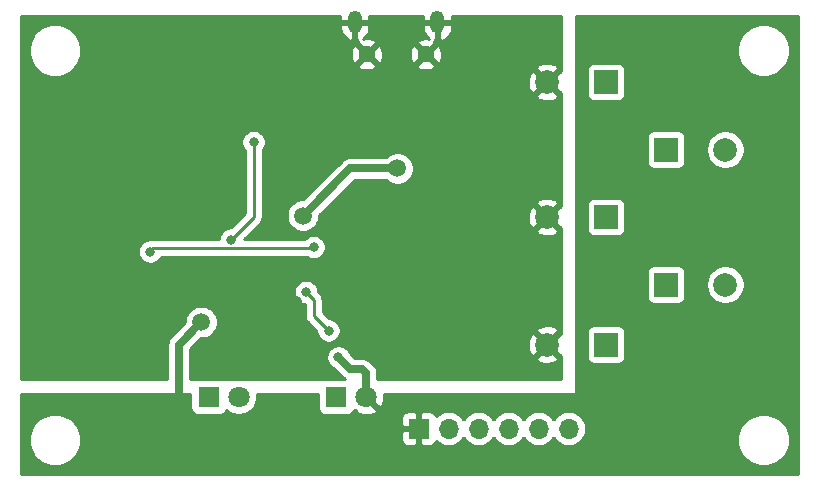
<source format=gbr>
G04 #@! TF.GenerationSoftware,KiCad,Pcbnew,(5.1.4)-1*
G04 #@! TF.CreationDate,2019-09-08T20:10:46+01:00*
G04 #@! TF.ProjectId,autoscreen,6175746f-7363-4726-9565-6e2e6b696361,rev?*
G04 #@! TF.SameCoordinates,Original*
G04 #@! TF.FileFunction,Copper,L2,Bot*
G04 #@! TF.FilePolarity,Positive*
%FSLAX46Y46*%
G04 Gerber Fmt 4.6, Leading zero omitted, Abs format (unit mm)*
G04 Created by KiCad (PCBNEW (5.1.4)-1) date 2019-09-08 20:10:46*
%MOMM*%
%LPD*%
G04 APERTURE LIST*
%ADD10O,1.700000X1.700000*%
%ADD11R,1.700000X1.700000*%
%ADD12C,1.800000*%
%ADD13R,1.800000X1.800000*%
%ADD14O,1.200000X1.900000*%
%ADD15C,1.450000*%
%ADD16C,2.000000*%
%ADD17R,2.000000X2.000000*%
%ADD18C,1.500000*%
%ADD19C,0.800000*%
%ADD20C,0.250000*%
%ADD21C,0.635000*%
%ADD22C,0.254000*%
G04 APERTURE END LIST*
D10*
X150495000Y-129032000D03*
X147955000Y-129032000D03*
X145415000Y-129032000D03*
X142875000Y-129032000D03*
X140335000Y-129032000D03*
D11*
X137795000Y-129032000D03*
D12*
X122555000Y-126365000D03*
D13*
X120015000Y-126365000D03*
D14*
X132390000Y-94647500D03*
X139390000Y-94647500D03*
D15*
X133390000Y-97347500D03*
X138390000Y-97347500D03*
D12*
X133350000Y-126365000D03*
D13*
X130810000Y-126365000D03*
D16*
X148670000Y-121920000D03*
D17*
X153670000Y-121920000D03*
D16*
X148670000Y-111125000D03*
D17*
X153670000Y-111125000D03*
D16*
X148670000Y-99695000D03*
D17*
X153670000Y-99695000D03*
D16*
X163750000Y-105410000D03*
D17*
X158750000Y-105410000D03*
D16*
X163750000Y-116840000D03*
D17*
X158750000Y-116840000D03*
D18*
X145000000Y-114000000D03*
X139702500Y-106000000D03*
X132000000Y-104000000D03*
D19*
X130175000Y-94615000D03*
X128905000Y-104775000D03*
X120650000Y-107315000D03*
X130810000Y-119380000D03*
X127515547Y-118256995D03*
X121285000Y-115570000D03*
D18*
X132842000Y-99568000D03*
X106680000Y-112776000D03*
X115062000Y-123190000D03*
D19*
X119126000Y-124206000D03*
X131000000Y-123000000D03*
D18*
X152000000Y-115000000D03*
X136000000Y-107000000D03*
X128000000Y-111000000D03*
D19*
X130167998Y-120737700D03*
X128270000Y-117475000D03*
D18*
X126365000Y-130175000D03*
X119380000Y-120015000D03*
D19*
X121920000Y-113030000D03*
X123825000Y-104775000D03*
X128905000Y-113665000D03*
X115062000Y-114046000D03*
D20*
X127635000Y-118376448D02*
X127515547Y-118256995D01*
D21*
X131000000Y-123000000D02*
X132000000Y-124000000D01*
X132000000Y-124000000D02*
X133000000Y-124000000D01*
X133350000Y-124350000D02*
X133350000Y-126365000D01*
X133000000Y-124000000D02*
X133350000Y-124350000D01*
X136000000Y-107000000D02*
X132000000Y-107000000D01*
X132000000Y-107000000D02*
X128000000Y-111000000D01*
D20*
X130167998Y-120737700D02*
X128905000Y-119474702D01*
X128905000Y-119474702D02*
X128905000Y-118110000D01*
X128905000Y-118110000D02*
X128270000Y-117475000D01*
D21*
X119380000Y-120015000D02*
X117475000Y-121920000D01*
X117475000Y-121920000D02*
X117475000Y-126365000D01*
D20*
X121920000Y-113030000D02*
X123825000Y-111125000D01*
X123825000Y-111125000D02*
X123825000Y-104775000D01*
X117475000Y-113775000D02*
X128795000Y-113775000D01*
X128795000Y-113775000D02*
X128905000Y-113665000D01*
X117475000Y-113775000D02*
X115333000Y-113775000D01*
X115333000Y-113775000D02*
X115062000Y-114046000D01*
D22*
G36*
X169873000Y-132873000D02*
G01*
X104127000Y-132873000D01*
X104127000Y-129779872D01*
X104765000Y-129779872D01*
X104765000Y-130220128D01*
X104850890Y-130651925D01*
X105019369Y-131058669D01*
X105263962Y-131424729D01*
X105575271Y-131736038D01*
X105941331Y-131980631D01*
X106348075Y-132149110D01*
X106779872Y-132235000D01*
X107220128Y-132235000D01*
X107651925Y-132149110D01*
X108058669Y-131980631D01*
X108424729Y-131736038D01*
X108736038Y-131424729D01*
X108980631Y-131058669D01*
X109149110Y-130651925D01*
X109235000Y-130220128D01*
X109235000Y-129882000D01*
X136306928Y-129882000D01*
X136319188Y-130006482D01*
X136355498Y-130126180D01*
X136414463Y-130236494D01*
X136493815Y-130333185D01*
X136590506Y-130412537D01*
X136700820Y-130471502D01*
X136820518Y-130507812D01*
X136945000Y-130520072D01*
X137509250Y-130517000D01*
X137668000Y-130358250D01*
X137668000Y-129159000D01*
X136468750Y-129159000D01*
X136310000Y-129317750D01*
X136306928Y-129882000D01*
X109235000Y-129882000D01*
X109235000Y-129779872D01*
X109149110Y-129348075D01*
X108980631Y-128941331D01*
X108736038Y-128575271D01*
X108424729Y-128263962D01*
X108302064Y-128182000D01*
X136306928Y-128182000D01*
X136310000Y-128746250D01*
X136468750Y-128905000D01*
X137668000Y-128905000D01*
X137668000Y-127705750D01*
X137922000Y-127705750D01*
X137922000Y-128905000D01*
X137942000Y-128905000D01*
X137942000Y-129159000D01*
X137922000Y-129159000D01*
X137922000Y-130358250D01*
X138080750Y-130517000D01*
X138645000Y-130520072D01*
X138769482Y-130507812D01*
X138889180Y-130471502D01*
X138999494Y-130412537D01*
X139096185Y-130333185D01*
X139175537Y-130236494D01*
X139234502Y-130126180D01*
X139255393Y-130057313D01*
X139279866Y-130087134D01*
X139505986Y-130272706D01*
X139763966Y-130410599D01*
X140043889Y-130495513D01*
X140262050Y-130517000D01*
X140407950Y-130517000D01*
X140626111Y-130495513D01*
X140906034Y-130410599D01*
X141164014Y-130272706D01*
X141390134Y-130087134D01*
X141575706Y-129861014D01*
X141605000Y-129806209D01*
X141634294Y-129861014D01*
X141819866Y-130087134D01*
X142045986Y-130272706D01*
X142303966Y-130410599D01*
X142583889Y-130495513D01*
X142802050Y-130517000D01*
X142947950Y-130517000D01*
X143166111Y-130495513D01*
X143446034Y-130410599D01*
X143704014Y-130272706D01*
X143930134Y-130087134D01*
X144115706Y-129861014D01*
X144145000Y-129806209D01*
X144174294Y-129861014D01*
X144359866Y-130087134D01*
X144585986Y-130272706D01*
X144843966Y-130410599D01*
X145123889Y-130495513D01*
X145342050Y-130517000D01*
X145487950Y-130517000D01*
X145706111Y-130495513D01*
X145986034Y-130410599D01*
X146244014Y-130272706D01*
X146470134Y-130087134D01*
X146655706Y-129861014D01*
X146685000Y-129806209D01*
X146714294Y-129861014D01*
X146899866Y-130087134D01*
X147125986Y-130272706D01*
X147383966Y-130410599D01*
X147663889Y-130495513D01*
X147882050Y-130517000D01*
X148027950Y-130517000D01*
X148246111Y-130495513D01*
X148526034Y-130410599D01*
X148784014Y-130272706D01*
X149010134Y-130087134D01*
X149195706Y-129861014D01*
X149225000Y-129806209D01*
X149254294Y-129861014D01*
X149439866Y-130087134D01*
X149665986Y-130272706D01*
X149923966Y-130410599D01*
X150203889Y-130495513D01*
X150422050Y-130517000D01*
X150567950Y-130517000D01*
X150786111Y-130495513D01*
X151066034Y-130410599D01*
X151324014Y-130272706D01*
X151550134Y-130087134D01*
X151735706Y-129861014D01*
X151779077Y-129779872D01*
X164765000Y-129779872D01*
X164765000Y-130220128D01*
X164850890Y-130651925D01*
X165019369Y-131058669D01*
X165263962Y-131424729D01*
X165575271Y-131736038D01*
X165941331Y-131980631D01*
X166348075Y-132149110D01*
X166779872Y-132235000D01*
X167220128Y-132235000D01*
X167651925Y-132149110D01*
X168058669Y-131980631D01*
X168424729Y-131736038D01*
X168736038Y-131424729D01*
X168980631Y-131058669D01*
X169149110Y-130651925D01*
X169235000Y-130220128D01*
X169235000Y-129779872D01*
X169149110Y-129348075D01*
X168980631Y-128941331D01*
X168736038Y-128575271D01*
X168424729Y-128263962D01*
X168058669Y-128019369D01*
X167651925Y-127850890D01*
X167220128Y-127765000D01*
X166779872Y-127765000D01*
X166348075Y-127850890D01*
X165941331Y-128019369D01*
X165575271Y-128263962D01*
X165263962Y-128575271D01*
X165019369Y-128941331D01*
X164850890Y-129348075D01*
X164765000Y-129779872D01*
X151779077Y-129779872D01*
X151873599Y-129603034D01*
X151958513Y-129323111D01*
X151987185Y-129032000D01*
X151958513Y-128740889D01*
X151873599Y-128460966D01*
X151735706Y-128202986D01*
X151550134Y-127976866D01*
X151324014Y-127791294D01*
X151066034Y-127653401D01*
X150786111Y-127568487D01*
X150567950Y-127547000D01*
X150422050Y-127547000D01*
X150203889Y-127568487D01*
X149923966Y-127653401D01*
X149665986Y-127791294D01*
X149439866Y-127976866D01*
X149254294Y-128202986D01*
X149225000Y-128257791D01*
X149195706Y-128202986D01*
X149010134Y-127976866D01*
X148784014Y-127791294D01*
X148526034Y-127653401D01*
X148246111Y-127568487D01*
X148027950Y-127547000D01*
X147882050Y-127547000D01*
X147663889Y-127568487D01*
X147383966Y-127653401D01*
X147125986Y-127791294D01*
X146899866Y-127976866D01*
X146714294Y-128202986D01*
X146685000Y-128257791D01*
X146655706Y-128202986D01*
X146470134Y-127976866D01*
X146244014Y-127791294D01*
X145986034Y-127653401D01*
X145706111Y-127568487D01*
X145487950Y-127547000D01*
X145342050Y-127547000D01*
X145123889Y-127568487D01*
X144843966Y-127653401D01*
X144585986Y-127791294D01*
X144359866Y-127976866D01*
X144174294Y-128202986D01*
X144145000Y-128257791D01*
X144115706Y-128202986D01*
X143930134Y-127976866D01*
X143704014Y-127791294D01*
X143446034Y-127653401D01*
X143166111Y-127568487D01*
X142947950Y-127547000D01*
X142802050Y-127547000D01*
X142583889Y-127568487D01*
X142303966Y-127653401D01*
X142045986Y-127791294D01*
X141819866Y-127976866D01*
X141634294Y-128202986D01*
X141605000Y-128257791D01*
X141575706Y-128202986D01*
X141390134Y-127976866D01*
X141164014Y-127791294D01*
X140906034Y-127653401D01*
X140626111Y-127568487D01*
X140407950Y-127547000D01*
X140262050Y-127547000D01*
X140043889Y-127568487D01*
X139763966Y-127653401D01*
X139505986Y-127791294D01*
X139279866Y-127976866D01*
X139255393Y-128006687D01*
X139234502Y-127937820D01*
X139175537Y-127827506D01*
X139096185Y-127730815D01*
X138999494Y-127651463D01*
X138889180Y-127592498D01*
X138769482Y-127556188D01*
X138645000Y-127543928D01*
X138080750Y-127547000D01*
X137922000Y-127705750D01*
X137668000Y-127705750D01*
X137509250Y-127547000D01*
X136945000Y-127543928D01*
X136820518Y-127556188D01*
X136700820Y-127592498D01*
X136590506Y-127651463D01*
X136493815Y-127730815D01*
X136414463Y-127827506D01*
X136355498Y-127937820D01*
X136319188Y-128057518D01*
X136306928Y-128182000D01*
X108302064Y-128182000D01*
X108058669Y-128019369D01*
X107651925Y-127850890D01*
X107220128Y-127765000D01*
X106779872Y-127765000D01*
X106348075Y-127850890D01*
X105941331Y-128019369D01*
X105575271Y-128263962D01*
X105263962Y-128575271D01*
X105019369Y-128941331D01*
X104850890Y-129348075D01*
X104765000Y-129779872D01*
X104127000Y-129779872D01*
X104127000Y-126127000D01*
X118476928Y-126127000D01*
X118476928Y-127265000D01*
X118489188Y-127389482D01*
X118525498Y-127509180D01*
X118584463Y-127619494D01*
X118663815Y-127716185D01*
X118760506Y-127795537D01*
X118870820Y-127854502D01*
X118990518Y-127890812D01*
X119115000Y-127903072D01*
X120915000Y-127903072D01*
X121039482Y-127890812D01*
X121159180Y-127854502D01*
X121269494Y-127795537D01*
X121366185Y-127716185D01*
X121445537Y-127619494D01*
X121504502Y-127509180D01*
X121510056Y-127490873D01*
X121576495Y-127557312D01*
X121827905Y-127725299D01*
X122107257Y-127841011D01*
X122403816Y-127900000D01*
X122706184Y-127900000D01*
X123002743Y-127841011D01*
X123282095Y-127725299D01*
X123533505Y-127557312D01*
X123747312Y-127343505D01*
X123915299Y-127092095D01*
X124031011Y-126812743D01*
X124090000Y-126516184D01*
X124090000Y-126213816D01*
X124072731Y-126127000D01*
X129271928Y-126127000D01*
X129271928Y-127265000D01*
X129284188Y-127389482D01*
X129320498Y-127509180D01*
X129379463Y-127619494D01*
X129458815Y-127716185D01*
X129555506Y-127795537D01*
X129665820Y-127854502D01*
X129785518Y-127890812D01*
X129910000Y-127903072D01*
X131710000Y-127903072D01*
X131834482Y-127890812D01*
X131954180Y-127854502D01*
X132064494Y-127795537D01*
X132161185Y-127716185D01*
X132240537Y-127619494D01*
X132299502Y-127509180D01*
X132302813Y-127498265D01*
X132349578Y-127545030D01*
X132465526Y-127429082D01*
X132549208Y-127683261D01*
X132821775Y-127814158D01*
X133114642Y-127889365D01*
X133416553Y-127905991D01*
X133715907Y-127863397D01*
X134001199Y-127763222D01*
X134150792Y-127683261D01*
X134234475Y-127429080D01*
X133350000Y-126544605D01*
X133335858Y-126558748D01*
X133156253Y-126379143D01*
X133170395Y-126365000D01*
X133156253Y-126350858D01*
X133335858Y-126171253D01*
X133350000Y-126185395D01*
X133364143Y-126171253D01*
X133543748Y-126350858D01*
X133529605Y-126365000D01*
X134414080Y-127249475D01*
X134668261Y-127165792D01*
X134799158Y-126893225D01*
X134874365Y-126600358D01*
X134890991Y-126298447D01*
X134866596Y-126127000D01*
X151000000Y-126127000D01*
X151024776Y-126124560D01*
X151048601Y-126117333D01*
X151070557Y-126105597D01*
X151089803Y-126089803D01*
X151105597Y-126070557D01*
X151117333Y-126048601D01*
X151124560Y-126024776D01*
X151127000Y-126000000D01*
X151127000Y-120920000D01*
X152031928Y-120920000D01*
X152031928Y-122920000D01*
X152044188Y-123044482D01*
X152080498Y-123164180D01*
X152139463Y-123274494D01*
X152218815Y-123371185D01*
X152315506Y-123450537D01*
X152425820Y-123509502D01*
X152545518Y-123545812D01*
X152670000Y-123558072D01*
X154670000Y-123558072D01*
X154794482Y-123545812D01*
X154914180Y-123509502D01*
X155024494Y-123450537D01*
X155121185Y-123371185D01*
X155200537Y-123274494D01*
X155259502Y-123164180D01*
X155295812Y-123044482D01*
X155308072Y-122920000D01*
X155308072Y-120920000D01*
X155295812Y-120795518D01*
X155259502Y-120675820D01*
X155200537Y-120565506D01*
X155121185Y-120468815D01*
X155024494Y-120389463D01*
X154914180Y-120330498D01*
X154794482Y-120294188D01*
X154670000Y-120281928D01*
X152670000Y-120281928D01*
X152545518Y-120294188D01*
X152425820Y-120330498D01*
X152315506Y-120389463D01*
X152218815Y-120468815D01*
X152139463Y-120565506D01*
X152080498Y-120675820D01*
X152044188Y-120795518D01*
X152031928Y-120920000D01*
X151127000Y-120920000D01*
X151127000Y-115840000D01*
X157111928Y-115840000D01*
X157111928Y-117840000D01*
X157124188Y-117964482D01*
X157160498Y-118084180D01*
X157219463Y-118194494D01*
X157298815Y-118291185D01*
X157395506Y-118370537D01*
X157505820Y-118429502D01*
X157625518Y-118465812D01*
X157750000Y-118478072D01*
X159750000Y-118478072D01*
X159874482Y-118465812D01*
X159994180Y-118429502D01*
X160104494Y-118370537D01*
X160201185Y-118291185D01*
X160280537Y-118194494D01*
X160339502Y-118084180D01*
X160375812Y-117964482D01*
X160388072Y-117840000D01*
X160388072Y-116678967D01*
X162115000Y-116678967D01*
X162115000Y-117001033D01*
X162177832Y-117316912D01*
X162301082Y-117614463D01*
X162480013Y-117882252D01*
X162707748Y-118109987D01*
X162975537Y-118288918D01*
X163273088Y-118412168D01*
X163588967Y-118475000D01*
X163911033Y-118475000D01*
X164226912Y-118412168D01*
X164524463Y-118288918D01*
X164792252Y-118109987D01*
X165019987Y-117882252D01*
X165198918Y-117614463D01*
X165322168Y-117316912D01*
X165385000Y-117001033D01*
X165385000Y-116678967D01*
X165322168Y-116363088D01*
X165198918Y-116065537D01*
X165019987Y-115797748D01*
X164792252Y-115570013D01*
X164524463Y-115391082D01*
X164226912Y-115267832D01*
X163911033Y-115205000D01*
X163588967Y-115205000D01*
X163273088Y-115267832D01*
X162975537Y-115391082D01*
X162707748Y-115570013D01*
X162480013Y-115797748D01*
X162301082Y-116065537D01*
X162177832Y-116363088D01*
X162115000Y-116678967D01*
X160388072Y-116678967D01*
X160388072Y-115840000D01*
X160375812Y-115715518D01*
X160339502Y-115595820D01*
X160280537Y-115485506D01*
X160201185Y-115388815D01*
X160104494Y-115309463D01*
X159994180Y-115250498D01*
X159874482Y-115214188D01*
X159750000Y-115201928D01*
X157750000Y-115201928D01*
X157625518Y-115214188D01*
X157505820Y-115250498D01*
X157395506Y-115309463D01*
X157298815Y-115388815D01*
X157219463Y-115485506D01*
X157160498Y-115595820D01*
X157124188Y-115715518D01*
X157111928Y-115840000D01*
X151127000Y-115840000D01*
X151127000Y-110125000D01*
X152031928Y-110125000D01*
X152031928Y-112125000D01*
X152044188Y-112249482D01*
X152080498Y-112369180D01*
X152139463Y-112479494D01*
X152218815Y-112576185D01*
X152315506Y-112655537D01*
X152425820Y-112714502D01*
X152545518Y-112750812D01*
X152670000Y-112763072D01*
X154670000Y-112763072D01*
X154794482Y-112750812D01*
X154914180Y-112714502D01*
X155024494Y-112655537D01*
X155121185Y-112576185D01*
X155200537Y-112479494D01*
X155259502Y-112369180D01*
X155295812Y-112249482D01*
X155308072Y-112125000D01*
X155308072Y-110125000D01*
X155295812Y-110000518D01*
X155259502Y-109880820D01*
X155200537Y-109770506D01*
X155121185Y-109673815D01*
X155024494Y-109594463D01*
X154914180Y-109535498D01*
X154794482Y-109499188D01*
X154670000Y-109486928D01*
X152670000Y-109486928D01*
X152545518Y-109499188D01*
X152425820Y-109535498D01*
X152315506Y-109594463D01*
X152218815Y-109673815D01*
X152139463Y-109770506D01*
X152080498Y-109880820D01*
X152044188Y-110000518D01*
X152031928Y-110125000D01*
X151127000Y-110125000D01*
X151127000Y-104410000D01*
X157111928Y-104410000D01*
X157111928Y-106410000D01*
X157124188Y-106534482D01*
X157160498Y-106654180D01*
X157219463Y-106764494D01*
X157298815Y-106861185D01*
X157395506Y-106940537D01*
X157505820Y-106999502D01*
X157625518Y-107035812D01*
X157750000Y-107048072D01*
X159750000Y-107048072D01*
X159874482Y-107035812D01*
X159994180Y-106999502D01*
X160104494Y-106940537D01*
X160201185Y-106861185D01*
X160280537Y-106764494D01*
X160339502Y-106654180D01*
X160375812Y-106534482D01*
X160388072Y-106410000D01*
X160388072Y-105248967D01*
X162115000Y-105248967D01*
X162115000Y-105571033D01*
X162177832Y-105886912D01*
X162301082Y-106184463D01*
X162480013Y-106452252D01*
X162707748Y-106679987D01*
X162975537Y-106858918D01*
X163273088Y-106982168D01*
X163588967Y-107045000D01*
X163911033Y-107045000D01*
X164226912Y-106982168D01*
X164524463Y-106858918D01*
X164792252Y-106679987D01*
X165019987Y-106452252D01*
X165198918Y-106184463D01*
X165322168Y-105886912D01*
X165385000Y-105571033D01*
X165385000Y-105248967D01*
X165322168Y-104933088D01*
X165198918Y-104635537D01*
X165019987Y-104367748D01*
X164792252Y-104140013D01*
X164524463Y-103961082D01*
X164226912Y-103837832D01*
X163911033Y-103775000D01*
X163588967Y-103775000D01*
X163273088Y-103837832D01*
X162975537Y-103961082D01*
X162707748Y-104140013D01*
X162480013Y-104367748D01*
X162301082Y-104635537D01*
X162177832Y-104933088D01*
X162115000Y-105248967D01*
X160388072Y-105248967D01*
X160388072Y-104410000D01*
X160375812Y-104285518D01*
X160339502Y-104165820D01*
X160280537Y-104055506D01*
X160201185Y-103958815D01*
X160104494Y-103879463D01*
X159994180Y-103820498D01*
X159874482Y-103784188D01*
X159750000Y-103771928D01*
X157750000Y-103771928D01*
X157625518Y-103784188D01*
X157505820Y-103820498D01*
X157395506Y-103879463D01*
X157298815Y-103958815D01*
X157219463Y-104055506D01*
X157160498Y-104165820D01*
X157124188Y-104285518D01*
X157111928Y-104410000D01*
X151127000Y-104410000D01*
X151127000Y-98695000D01*
X152031928Y-98695000D01*
X152031928Y-100695000D01*
X152044188Y-100819482D01*
X152080498Y-100939180D01*
X152139463Y-101049494D01*
X152218815Y-101146185D01*
X152315506Y-101225537D01*
X152425820Y-101284502D01*
X152545518Y-101320812D01*
X152670000Y-101333072D01*
X154670000Y-101333072D01*
X154794482Y-101320812D01*
X154914180Y-101284502D01*
X155024494Y-101225537D01*
X155121185Y-101146185D01*
X155200537Y-101049494D01*
X155259502Y-100939180D01*
X155295812Y-100819482D01*
X155308072Y-100695000D01*
X155308072Y-98695000D01*
X155295812Y-98570518D01*
X155259502Y-98450820D01*
X155200537Y-98340506D01*
X155121185Y-98243815D01*
X155024494Y-98164463D01*
X154914180Y-98105498D01*
X154794482Y-98069188D01*
X154670000Y-98056928D01*
X152670000Y-98056928D01*
X152545518Y-98069188D01*
X152425820Y-98105498D01*
X152315506Y-98164463D01*
X152218815Y-98243815D01*
X152139463Y-98340506D01*
X152080498Y-98450820D01*
X152044188Y-98570518D01*
X152031928Y-98695000D01*
X151127000Y-98695000D01*
X151127000Y-96779872D01*
X164765000Y-96779872D01*
X164765000Y-97220128D01*
X164850890Y-97651925D01*
X165019369Y-98058669D01*
X165263962Y-98424729D01*
X165575271Y-98736038D01*
X165941331Y-98980631D01*
X166348075Y-99149110D01*
X166779872Y-99235000D01*
X167220128Y-99235000D01*
X167651925Y-99149110D01*
X168058669Y-98980631D01*
X168424729Y-98736038D01*
X168736038Y-98424729D01*
X168980631Y-98058669D01*
X169149110Y-97651925D01*
X169235000Y-97220128D01*
X169235000Y-96779872D01*
X169149110Y-96348075D01*
X168980631Y-95941331D01*
X168736038Y-95575271D01*
X168424729Y-95263962D01*
X168058669Y-95019369D01*
X167651925Y-94850890D01*
X167220128Y-94765000D01*
X166779872Y-94765000D01*
X166348075Y-94850890D01*
X165941331Y-95019369D01*
X165575271Y-95263962D01*
X165263962Y-95575271D01*
X165019369Y-95941331D01*
X164850890Y-96348075D01*
X164765000Y-96779872D01*
X151127000Y-96779872D01*
X151127000Y-94127000D01*
X169873000Y-94127000D01*
X169873000Y-132873000D01*
X169873000Y-132873000D01*
G37*
X169873000Y-132873000D02*
X104127000Y-132873000D01*
X104127000Y-129779872D01*
X104765000Y-129779872D01*
X104765000Y-130220128D01*
X104850890Y-130651925D01*
X105019369Y-131058669D01*
X105263962Y-131424729D01*
X105575271Y-131736038D01*
X105941331Y-131980631D01*
X106348075Y-132149110D01*
X106779872Y-132235000D01*
X107220128Y-132235000D01*
X107651925Y-132149110D01*
X108058669Y-131980631D01*
X108424729Y-131736038D01*
X108736038Y-131424729D01*
X108980631Y-131058669D01*
X109149110Y-130651925D01*
X109235000Y-130220128D01*
X109235000Y-129882000D01*
X136306928Y-129882000D01*
X136319188Y-130006482D01*
X136355498Y-130126180D01*
X136414463Y-130236494D01*
X136493815Y-130333185D01*
X136590506Y-130412537D01*
X136700820Y-130471502D01*
X136820518Y-130507812D01*
X136945000Y-130520072D01*
X137509250Y-130517000D01*
X137668000Y-130358250D01*
X137668000Y-129159000D01*
X136468750Y-129159000D01*
X136310000Y-129317750D01*
X136306928Y-129882000D01*
X109235000Y-129882000D01*
X109235000Y-129779872D01*
X109149110Y-129348075D01*
X108980631Y-128941331D01*
X108736038Y-128575271D01*
X108424729Y-128263962D01*
X108302064Y-128182000D01*
X136306928Y-128182000D01*
X136310000Y-128746250D01*
X136468750Y-128905000D01*
X137668000Y-128905000D01*
X137668000Y-127705750D01*
X137922000Y-127705750D01*
X137922000Y-128905000D01*
X137942000Y-128905000D01*
X137942000Y-129159000D01*
X137922000Y-129159000D01*
X137922000Y-130358250D01*
X138080750Y-130517000D01*
X138645000Y-130520072D01*
X138769482Y-130507812D01*
X138889180Y-130471502D01*
X138999494Y-130412537D01*
X139096185Y-130333185D01*
X139175537Y-130236494D01*
X139234502Y-130126180D01*
X139255393Y-130057313D01*
X139279866Y-130087134D01*
X139505986Y-130272706D01*
X139763966Y-130410599D01*
X140043889Y-130495513D01*
X140262050Y-130517000D01*
X140407950Y-130517000D01*
X140626111Y-130495513D01*
X140906034Y-130410599D01*
X141164014Y-130272706D01*
X141390134Y-130087134D01*
X141575706Y-129861014D01*
X141605000Y-129806209D01*
X141634294Y-129861014D01*
X141819866Y-130087134D01*
X142045986Y-130272706D01*
X142303966Y-130410599D01*
X142583889Y-130495513D01*
X142802050Y-130517000D01*
X142947950Y-130517000D01*
X143166111Y-130495513D01*
X143446034Y-130410599D01*
X143704014Y-130272706D01*
X143930134Y-130087134D01*
X144115706Y-129861014D01*
X144145000Y-129806209D01*
X144174294Y-129861014D01*
X144359866Y-130087134D01*
X144585986Y-130272706D01*
X144843966Y-130410599D01*
X145123889Y-130495513D01*
X145342050Y-130517000D01*
X145487950Y-130517000D01*
X145706111Y-130495513D01*
X145986034Y-130410599D01*
X146244014Y-130272706D01*
X146470134Y-130087134D01*
X146655706Y-129861014D01*
X146685000Y-129806209D01*
X146714294Y-129861014D01*
X146899866Y-130087134D01*
X147125986Y-130272706D01*
X147383966Y-130410599D01*
X147663889Y-130495513D01*
X147882050Y-130517000D01*
X148027950Y-130517000D01*
X148246111Y-130495513D01*
X148526034Y-130410599D01*
X148784014Y-130272706D01*
X149010134Y-130087134D01*
X149195706Y-129861014D01*
X149225000Y-129806209D01*
X149254294Y-129861014D01*
X149439866Y-130087134D01*
X149665986Y-130272706D01*
X149923966Y-130410599D01*
X150203889Y-130495513D01*
X150422050Y-130517000D01*
X150567950Y-130517000D01*
X150786111Y-130495513D01*
X151066034Y-130410599D01*
X151324014Y-130272706D01*
X151550134Y-130087134D01*
X151735706Y-129861014D01*
X151779077Y-129779872D01*
X164765000Y-129779872D01*
X164765000Y-130220128D01*
X164850890Y-130651925D01*
X165019369Y-131058669D01*
X165263962Y-131424729D01*
X165575271Y-131736038D01*
X165941331Y-131980631D01*
X166348075Y-132149110D01*
X166779872Y-132235000D01*
X167220128Y-132235000D01*
X167651925Y-132149110D01*
X168058669Y-131980631D01*
X168424729Y-131736038D01*
X168736038Y-131424729D01*
X168980631Y-131058669D01*
X169149110Y-130651925D01*
X169235000Y-130220128D01*
X169235000Y-129779872D01*
X169149110Y-129348075D01*
X168980631Y-128941331D01*
X168736038Y-128575271D01*
X168424729Y-128263962D01*
X168058669Y-128019369D01*
X167651925Y-127850890D01*
X167220128Y-127765000D01*
X166779872Y-127765000D01*
X166348075Y-127850890D01*
X165941331Y-128019369D01*
X165575271Y-128263962D01*
X165263962Y-128575271D01*
X165019369Y-128941331D01*
X164850890Y-129348075D01*
X164765000Y-129779872D01*
X151779077Y-129779872D01*
X151873599Y-129603034D01*
X151958513Y-129323111D01*
X151987185Y-129032000D01*
X151958513Y-128740889D01*
X151873599Y-128460966D01*
X151735706Y-128202986D01*
X151550134Y-127976866D01*
X151324014Y-127791294D01*
X151066034Y-127653401D01*
X150786111Y-127568487D01*
X150567950Y-127547000D01*
X150422050Y-127547000D01*
X150203889Y-127568487D01*
X149923966Y-127653401D01*
X149665986Y-127791294D01*
X149439866Y-127976866D01*
X149254294Y-128202986D01*
X149225000Y-128257791D01*
X149195706Y-128202986D01*
X149010134Y-127976866D01*
X148784014Y-127791294D01*
X148526034Y-127653401D01*
X148246111Y-127568487D01*
X148027950Y-127547000D01*
X147882050Y-127547000D01*
X147663889Y-127568487D01*
X147383966Y-127653401D01*
X147125986Y-127791294D01*
X146899866Y-127976866D01*
X146714294Y-128202986D01*
X146685000Y-128257791D01*
X146655706Y-128202986D01*
X146470134Y-127976866D01*
X146244014Y-127791294D01*
X145986034Y-127653401D01*
X145706111Y-127568487D01*
X145487950Y-127547000D01*
X145342050Y-127547000D01*
X145123889Y-127568487D01*
X144843966Y-127653401D01*
X144585986Y-127791294D01*
X144359866Y-127976866D01*
X144174294Y-128202986D01*
X144145000Y-128257791D01*
X144115706Y-128202986D01*
X143930134Y-127976866D01*
X143704014Y-127791294D01*
X143446034Y-127653401D01*
X143166111Y-127568487D01*
X142947950Y-127547000D01*
X142802050Y-127547000D01*
X142583889Y-127568487D01*
X142303966Y-127653401D01*
X142045986Y-127791294D01*
X141819866Y-127976866D01*
X141634294Y-128202986D01*
X141605000Y-128257791D01*
X141575706Y-128202986D01*
X141390134Y-127976866D01*
X141164014Y-127791294D01*
X140906034Y-127653401D01*
X140626111Y-127568487D01*
X140407950Y-127547000D01*
X140262050Y-127547000D01*
X140043889Y-127568487D01*
X139763966Y-127653401D01*
X139505986Y-127791294D01*
X139279866Y-127976866D01*
X139255393Y-128006687D01*
X139234502Y-127937820D01*
X139175537Y-127827506D01*
X139096185Y-127730815D01*
X138999494Y-127651463D01*
X138889180Y-127592498D01*
X138769482Y-127556188D01*
X138645000Y-127543928D01*
X138080750Y-127547000D01*
X137922000Y-127705750D01*
X137668000Y-127705750D01*
X137509250Y-127547000D01*
X136945000Y-127543928D01*
X136820518Y-127556188D01*
X136700820Y-127592498D01*
X136590506Y-127651463D01*
X136493815Y-127730815D01*
X136414463Y-127827506D01*
X136355498Y-127937820D01*
X136319188Y-128057518D01*
X136306928Y-128182000D01*
X108302064Y-128182000D01*
X108058669Y-128019369D01*
X107651925Y-127850890D01*
X107220128Y-127765000D01*
X106779872Y-127765000D01*
X106348075Y-127850890D01*
X105941331Y-128019369D01*
X105575271Y-128263962D01*
X105263962Y-128575271D01*
X105019369Y-128941331D01*
X104850890Y-129348075D01*
X104765000Y-129779872D01*
X104127000Y-129779872D01*
X104127000Y-126127000D01*
X118476928Y-126127000D01*
X118476928Y-127265000D01*
X118489188Y-127389482D01*
X118525498Y-127509180D01*
X118584463Y-127619494D01*
X118663815Y-127716185D01*
X118760506Y-127795537D01*
X118870820Y-127854502D01*
X118990518Y-127890812D01*
X119115000Y-127903072D01*
X120915000Y-127903072D01*
X121039482Y-127890812D01*
X121159180Y-127854502D01*
X121269494Y-127795537D01*
X121366185Y-127716185D01*
X121445537Y-127619494D01*
X121504502Y-127509180D01*
X121510056Y-127490873D01*
X121576495Y-127557312D01*
X121827905Y-127725299D01*
X122107257Y-127841011D01*
X122403816Y-127900000D01*
X122706184Y-127900000D01*
X123002743Y-127841011D01*
X123282095Y-127725299D01*
X123533505Y-127557312D01*
X123747312Y-127343505D01*
X123915299Y-127092095D01*
X124031011Y-126812743D01*
X124090000Y-126516184D01*
X124090000Y-126213816D01*
X124072731Y-126127000D01*
X129271928Y-126127000D01*
X129271928Y-127265000D01*
X129284188Y-127389482D01*
X129320498Y-127509180D01*
X129379463Y-127619494D01*
X129458815Y-127716185D01*
X129555506Y-127795537D01*
X129665820Y-127854502D01*
X129785518Y-127890812D01*
X129910000Y-127903072D01*
X131710000Y-127903072D01*
X131834482Y-127890812D01*
X131954180Y-127854502D01*
X132064494Y-127795537D01*
X132161185Y-127716185D01*
X132240537Y-127619494D01*
X132299502Y-127509180D01*
X132302813Y-127498265D01*
X132349578Y-127545030D01*
X132465526Y-127429082D01*
X132549208Y-127683261D01*
X132821775Y-127814158D01*
X133114642Y-127889365D01*
X133416553Y-127905991D01*
X133715907Y-127863397D01*
X134001199Y-127763222D01*
X134150792Y-127683261D01*
X134234475Y-127429080D01*
X133350000Y-126544605D01*
X133335858Y-126558748D01*
X133156253Y-126379143D01*
X133170395Y-126365000D01*
X133156253Y-126350858D01*
X133335858Y-126171253D01*
X133350000Y-126185395D01*
X133364143Y-126171253D01*
X133543748Y-126350858D01*
X133529605Y-126365000D01*
X134414080Y-127249475D01*
X134668261Y-127165792D01*
X134799158Y-126893225D01*
X134874365Y-126600358D01*
X134890991Y-126298447D01*
X134866596Y-126127000D01*
X151000000Y-126127000D01*
X151024776Y-126124560D01*
X151048601Y-126117333D01*
X151070557Y-126105597D01*
X151089803Y-126089803D01*
X151105597Y-126070557D01*
X151117333Y-126048601D01*
X151124560Y-126024776D01*
X151127000Y-126000000D01*
X151127000Y-120920000D01*
X152031928Y-120920000D01*
X152031928Y-122920000D01*
X152044188Y-123044482D01*
X152080498Y-123164180D01*
X152139463Y-123274494D01*
X152218815Y-123371185D01*
X152315506Y-123450537D01*
X152425820Y-123509502D01*
X152545518Y-123545812D01*
X152670000Y-123558072D01*
X154670000Y-123558072D01*
X154794482Y-123545812D01*
X154914180Y-123509502D01*
X155024494Y-123450537D01*
X155121185Y-123371185D01*
X155200537Y-123274494D01*
X155259502Y-123164180D01*
X155295812Y-123044482D01*
X155308072Y-122920000D01*
X155308072Y-120920000D01*
X155295812Y-120795518D01*
X155259502Y-120675820D01*
X155200537Y-120565506D01*
X155121185Y-120468815D01*
X155024494Y-120389463D01*
X154914180Y-120330498D01*
X154794482Y-120294188D01*
X154670000Y-120281928D01*
X152670000Y-120281928D01*
X152545518Y-120294188D01*
X152425820Y-120330498D01*
X152315506Y-120389463D01*
X152218815Y-120468815D01*
X152139463Y-120565506D01*
X152080498Y-120675820D01*
X152044188Y-120795518D01*
X152031928Y-120920000D01*
X151127000Y-120920000D01*
X151127000Y-115840000D01*
X157111928Y-115840000D01*
X157111928Y-117840000D01*
X157124188Y-117964482D01*
X157160498Y-118084180D01*
X157219463Y-118194494D01*
X157298815Y-118291185D01*
X157395506Y-118370537D01*
X157505820Y-118429502D01*
X157625518Y-118465812D01*
X157750000Y-118478072D01*
X159750000Y-118478072D01*
X159874482Y-118465812D01*
X159994180Y-118429502D01*
X160104494Y-118370537D01*
X160201185Y-118291185D01*
X160280537Y-118194494D01*
X160339502Y-118084180D01*
X160375812Y-117964482D01*
X160388072Y-117840000D01*
X160388072Y-116678967D01*
X162115000Y-116678967D01*
X162115000Y-117001033D01*
X162177832Y-117316912D01*
X162301082Y-117614463D01*
X162480013Y-117882252D01*
X162707748Y-118109987D01*
X162975537Y-118288918D01*
X163273088Y-118412168D01*
X163588967Y-118475000D01*
X163911033Y-118475000D01*
X164226912Y-118412168D01*
X164524463Y-118288918D01*
X164792252Y-118109987D01*
X165019987Y-117882252D01*
X165198918Y-117614463D01*
X165322168Y-117316912D01*
X165385000Y-117001033D01*
X165385000Y-116678967D01*
X165322168Y-116363088D01*
X165198918Y-116065537D01*
X165019987Y-115797748D01*
X164792252Y-115570013D01*
X164524463Y-115391082D01*
X164226912Y-115267832D01*
X163911033Y-115205000D01*
X163588967Y-115205000D01*
X163273088Y-115267832D01*
X162975537Y-115391082D01*
X162707748Y-115570013D01*
X162480013Y-115797748D01*
X162301082Y-116065537D01*
X162177832Y-116363088D01*
X162115000Y-116678967D01*
X160388072Y-116678967D01*
X160388072Y-115840000D01*
X160375812Y-115715518D01*
X160339502Y-115595820D01*
X160280537Y-115485506D01*
X160201185Y-115388815D01*
X160104494Y-115309463D01*
X159994180Y-115250498D01*
X159874482Y-115214188D01*
X159750000Y-115201928D01*
X157750000Y-115201928D01*
X157625518Y-115214188D01*
X157505820Y-115250498D01*
X157395506Y-115309463D01*
X157298815Y-115388815D01*
X157219463Y-115485506D01*
X157160498Y-115595820D01*
X157124188Y-115715518D01*
X157111928Y-115840000D01*
X151127000Y-115840000D01*
X151127000Y-110125000D01*
X152031928Y-110125000D01*
X152031928Y-112125000D01*
X152044188Y-112249482D01*
X152080498Y-112369180D01*
X152139463Y-112479494D01*
X152218815Y-112576185D01*
X152315506Y-112655537D01*
X152425820Y-112714502D01*
X152545518Y-112750812D01*
X152670000Y-112763072D01*
X154670000Y-112763072D01*
X154794482Y-112750812D01*
X154914180Y-112714502D01*
X155024494Y-112655537D01*
X155121185Y-112576185D01*
X155200537Y-112479494D01*
X155259502Y-112369180D01*
X155295812Y-112249482D01*
X155308072Y-112125000D01*
X155308072Y-110125000D01*
X155295812Y-110000518D01*
X155259502Y-109880820D01*
X155200537Y-109770506D01*
X155121185Y-109673815D01*
X155024494Y-109594463D01*
X154914180Y-109535498D01*
X154794482Y-109499188D01*
X154670000Y-109486928D01*
X152670000Y-109486928D01*
X152545518Y-109499188D01*
X152425820Y-109535498D01*
X152315506Y-109594463D01*
X152218815Y-109673815D01*
X152139463Y-109770506D01*
X152080498Y-109880820D01*
X152044188Y-110000518D01*
X152031928Y-110125000D01*
X151127000Y-110125000D01*
X151127000Y-104410000D01*
X157111928Y-104410000D01*
X157111928Y-106410000D01*
X157124188Y-106534482D01*
X157160498Y-106654180D01*
X157219463Y-106764494D01*
X157298815Y-106861185D01*
X157395506Y-106940537D01*
X157505820Y-106999502D01*
X157625518Y-107035812D01*
X157750000Y-107048072D01*
X159750000Y-107048072D01*
X159874482Y-107035812D01*
X159994180Y-106999502D01*
X160104494Y-106940537D01*
X160201185Y-106861185D01*
X160280537Y-106764494D01*
X160339502Y-106654180D01*
X160375812Y-106534482D01*
X160388072Y-106410000D01*
X160388072Y-105248967D01*
X162115000Y-105248967D01*
X162115000Y-105571033D01*
X162177832Y-105886912D01*
X162301082Y-106184463D01*
X162480013Y-106452252D01*
X162707748Y-106679987D01*
X162975537Y-106858918D01*
X163273088Y-106982168D01*
X163588967Y-107045000D01*
X163911033Y-107045000D01*
X164226912Y-106982168D01*
X164524463Y-106858918D01*
X164792252Y-106679987D01*
X165019987Y-106452252D01*
X165198918Y-106184463D01*
X165322168Y-105886912D01*
X165385000Y-105571033D01*
X165385000Y-105248967D01*
X165322168Y-104933088D01*
X165198918Y-104635537D01*
X165019987Y-104367748D01*
X164792252Y-104140013D01*
X164524463Y-103961082D01*
X164226912Y-103837832D01*
X163911033Y-103775000D01*
X163588967Y-103775000D01*
X163273088Y-103837832D01*
X162975537Y-103961082D01*
X162707748Y-104140013D01*
X162480013Y-104367748D01*
X162301082Y-104635537D01*
X162177832Y-104933088D01*
X162115000Y-105248967D01*
X160388072Y-105248967D01*
X160388072Y-104410000D01*
X160375812Y-104285518D01*
X160339502Y-104165820D01*
X160280537Y-104055506D01*
X160201185Y-103958815D01*
X160104494Y-103879463D01*
X159994180Y-103820498D01*
X159874482Y-103784188D01*
X159750000Y-103771928D01*
X157750000Y-103771928D01*
X157625518Y-103784188D01*
X157505820Y-103820498D01*
X157395506Y-103879463D01*
X157298815Y-103958815D01*
X157219463Y-104055506D01*
X157160498Y-104165820D01*
X157124188Y-104285518D01*
X157111928Y-104410000D01*
X151127000Y-104410000D01*
X151127000Y-98695000D01*
X152031928Y-98695000D01*
X152031928Y-100695000D01*
X152044188Y-100819482D01*
X152080498Y-100939180D01*
X152139463Y-101049494D01*
X152218815Y-101146185D01*
X152315506Y-101225537D01*
X152425820Y-101284502D01*
X152545518Y-101320812D01*
X152670000Y-101333072D01*
X154670000Y-101333072D01*
X154794482Y-101320812D01*
X154914180Y-101284502D01*
X155024494Y-101225537D01*
X155121185Y-101146185D01*
X155200537Y-101049494D01*
X155259502Y-100939180D01*
X155295812Y-100819482D01*
X155308072Y-100695000D01*
X155308072Y-98695000D01*
X155295812Y-98570518D01*
X155259502Y-98450820D01*
X155200537Y-98340506D01*
X155121185Y-98243815D01*
X155024494Y-98164463D01*
X154914180Y-98105498D01*
X154794482Y-98069188D01*
X154670000Y-98056928D01*
X152670000Y-98056928D01*
X152545518Y-98069188D01*
X152425820Y-98105498D01*
X152315506Y-98164463D01*
X152218815Y-98243815D01*
X152139463Y-98340506D01*
X152080498Y-98450820D01*
X152044188Y-98570518D01*
X152031928Y-98695000D01*
X151127000Y-98695000D01*
X151127000Y-96779872D01*
X164765000Y-96779872D01*
X164765000Y-97220128D01*
X164850890Y-97651925D01*
X165019369Y-98058669D01*
X165263962Y-98424729D01*
X165575271Y-98736038D01*
X165941331Y-98980631D01*
X166348075Y-99149110D01*
X166779872Y-99235000D01*
X167220128Y-99235000D01*
X167651925Y-99149110D01*
X168058669Y-98980631D01*
X168424729Y-98736038D01*
X168736038Y-98424729D01*
X168980631Y-98058669D01*
X169149110Y-97651925D01*
X169235000Y-97220128D01*
X169235000Y-96779872D01*
X169149110Y-96348075D01*
X168980631Y-95941331D01*
X168736038Y-95575271D01*
X168424729Y-95263962D01*
X168058669Y-95019369D01*
X167651925Y-94850890D01*
X167220128Y-94765000D01*
X166779872Y-94765000D01*
X166348075Y-94850890D01*
X165941331Y-95019369D01*
X165575271Y-95263962D01*
X165263962Y-95575271D01*
X165019369Y-95941331D01*
X164850890Y-96348075D01*
X164765000Y-96779872D01*
X151127000Y-96779872D01*
X151127000Y-94127000D01*
X169873000Y-94127000D01*
X169873000Y-132873000D01*
G36*
X131155000Y-94170500D02*
G01*
X131155000Y-94520500D01*
X132263000Y-94520500D01*
X132263000Y-94500500D01*
X132517000Y-94500500D01*
X132517000Y-94520500D01*
X133625000Y-94520500D01*
X133625000Y-94170500D01*
X133616153Y-94127000D01*
X138163847Y-94127000D01*
X138155000Y-94170500D01*
X138155000Y-94520500D01*
X139263000Y-94520500D01*
X139263000Y-94500500D01*
X139517000Y-94500500D01*
X139517000Y-94520500D01*
X140625000Y-94520500D01*
X140625000Y-94170500D01*
X140616153Y-94127000D01*
X149873000Y-94127000D01*
X149873000Y-98763671D01*
X149805413Y-98739192D01*
X148849605Y-99695000D01*
X149805413Y-100650808D01*
X149873000Y-100626329D01*
X149873000Y-110193671D01*
X149805413Y-110169192D01*
X148849605Y-111125000D01*
X149805413Y-112080808D01*
X149873000Y-112056329D01*
X149873000Y-120988671D01*
X149805413Y-120964192D01*
X148849605Y-121920000D01*
X149805413Y-122875808D01*
X149873000Y-122851329D01*
X149873000Y-124873000D01*
X134302500Y-124873000D01*
X134302500Y-124396785D01*
X134307108Y-124350000D01*
X134288717Y-124163278D01*
X134234252Y-123983731D01*
X134198693Y-123917205D01*
X134145806Y-123818259D01*
X134026778Y-123673222D01*
X133990431Y-123643393D01*
X133706607Y-123359569D01*
X133676778Y-123323222D01*
X133531741Y-123204194D01*
X133366269Y-123115748D01*
X133186723Y-123061283D01*
X133127126Y-123055413D01*
X147714192Y-123055413D01*
X147809956Y-123319814D01*
X148099571Y-123460704D01*
X148411108Y-123542384D01*
X148732595Y-123561718D01*
X149051675Y-123517961D01*
X149356088Y-123412795D01*
X149530044Y-123319814D01*
X149625808Y-123055413D01*
X148670000Y-122099605D01*
X147714192Y-123055413D01*
X133127126Y-123055413D01*
X133046785Y-123047500D01*
X133000000Y-123042892D01*
X132953215Y-123047500D01*
X132394538Y-123047500D01*
X131959931Y-122612893D01*
X131917205Y-122509744D01*
X131803937Y-122340226D01*
X131659774Y-122196063D01*
X131490256Y-122082795D01*
X131301898Y-122004774D01*
X131190396Y-121982595D01*
X147028282Y-121982595D01*
X147072039Y-122301675D01*
X147177205Y-122606088D01*
X147270186Y-122780044D01*
X147534587Y-122875808D01*
X148490395Y-121920000D01*
X147534587Y-120964192D01*
X147270186Y-121059956D01*
X147129296Y-121349571D01*
X147047616Y-121661108D01*
X147028282Y-121982595D01*
X131190396Y-121982595D01*
X131101939Y-121965000D01*
X130898061Y-121965000D01*
X130698102Y-122004774D01*
X130509744Y-122082795D01*
X130340226Y-122196063D01*
X130196063Y-122340226D01*
X130082795Y-122509744D01*
X130004774Y-122698102D01*
X129965000Y-122898061D01*
X129965000Y-123101939D01*
X130004774Y-123301898D01*
X130082795Y-123490256D01*
X130196063Y-123659774D01*
X130340226Y-123803937D01*
X130509744Y-123917205D01*
X130612893Y-123959931D01*
X131293393Y-124640431D01*
X131323222Y-124676778D01*
X131468259Y-124795806D01*
X131526485Y-124826928D01*
X129910000Y-124826928D01*
X129785518Y-124839188D01*
X129674055Y-124873000D01*
X122922361Y-124873000D01*
X122706184Y-124830000D01*
X122403816Y-124830000D01*
X122187639Y-124873000D01*
X121150945Y-124873000D01*
X121039482Y-124839188D01*
X120915000Y-124826928D01*
X120300750Y-124830000D01*
X120257750Y-124873000D01*
X119772250Y-124873000D01*
X119729250Y-124830000D01*
X119115000Y-124826928D01*
X118990518Y-124839188D01*
X118879055Y-124873000D01*
X118427500Y-124873000D01*
X118427500Y-122314538D01*
X119342039Y-121400000D01*
X119516411Y-121400000D01*
X119783989Y-121346775D01*
X120036043Y-121242371D01*
X120262886Y-121090799D01*
X120455799Y-120897886D01*
X120607371Y-120671043D01*
X120711775Y-120418989D01*
X120765000Y-120151411D01*
X120765000Y-119878589D01*
X120711775Y-119611011D01*
X120607371Y-119358957D01*
X120455799Y-119132114D01*
X120262886Y-118939201D01*
X120036043Y-118787629D01*
X119783989Y-118683225D01*
X119516411Y-118630000D01*
X119243589Y-118630000D01*
X118976011Y-118683225D01*
X118723957Y-118787629D01*
X118497114Y-118939201D01*
X118304201Y-119132114D01*
X118152629Y-119358957D01*
X118048225Y-119611011D01*
X117995000Y-119878589D01*
X117995000Y-120052961D01*
X116834569Y-121213393D01*
X116798222Y-121243222D01*
X116679194Y-121388259D01*
X116590748Y-121553732D01*
X116558176Y-121661108D01*
X116536283Y-121733278D01*
X116517892Y-121920000D01*
X116522500Y-121966785D01*
X116522501Y-124873000D01*
X104127000Y-124873000D01*
X104127000Y-117373061D01*
X127235000Y-117373061D01*
X127235000Y-117576939D01*
X127274774Y-117776898D01*
X127352795Y-117965256D01*
X127466063Y-118134774D01*
X127610226Y-118278937D01*
X127779744Y-118392205D01*
X127968102Y-118470226D01*
X128145001Y-118505413D01*
X128145000Y-119437379D01*
X128141324Y-119474702D01*
X128145000Y-119512024D01*
X128145000Y-119512034D01*
X128155997Y-119623687D01*
X128179965Y-119702700D01*
X128199454Y-119766948D01*
X128270026Y-119898978D01*
X128298574Y-119933763D01*
X128364999Y-120014703D01*
X128394003Y-120038506D01*
X129132998Y-120777502D01*
X129132998Y-120839639D01*
X129172772Y-121039598D01*
X129250793Y-121227956D01*
X129364061Y-121397474D01*
X129508224Y-121541637D01*
X129677742Y-121654905D01*
X129866100Y-121732926D01*
X130066059Y-121772700D01*
X130269937Y-121772700D01*
X130469896Y-121732926D01*
X130658254Y-121654905D01*
X130827772Y-121541637D01*
X130971935Y-121397474D01*
X131085203Y-121227956D01*
X131163224Y-121039598D01*
X131202998Y-120839639D01*
X131202998Y-120784587D01*
X147714192Y-120784587D01*
X148670000Y-121740395D01*
X149625808Y-120784587D01*
X149530044Y-120520186D01*
X149240429Y-120379296D01*
X148928892Y-120297616D01*
X148607405Y-120278282D01*
X148288325Y-120322039D01*
X147983912Y-120427205D01*
X147809956Y-120520186D01*
X147714192Y-120784587D01*
X131202998Y-120784587D01*
X131202998Y-120635761D01*
X131163224Y-120435802D01*
X131085203Y-120247444D01*
X130971935Y-120077926D01*
X130827772Y-119933763D01*
X130658254Y-119820495D01*
X130469896Y-119742474D01*
X130269937Y-119702700D01*
X130207800Y-119702700D01*
X129665000Y-119159901D01*
X129665000Y-118147333D01*
X129668677Y-118110000D01*
X129654003Y-117961014D01*
X129610546Y-117817753D01*
X129539974Y-117685724D01*
X129468799Y-117598997D01*
X129445001Y-117569999D01*
X129416002Y-117546200D01*
X129305000Y-117435198D01*
X129305000Y-117373061D01*
X129265226Y-117173102D01*
X129187205Y-116984744D01*
X129073937Y-116815226D01*
X128929774Y-116671063D01*
X128760256Y-116557795D01*
X128571898Y-116479774D01*
X128371939Y-116440000D01*
X128168061Y-116440000D01*
X127968102Y-116479774D01*
X127779744Y-116557795D01*
X127610226Y-116671063D01*
X127466063Y-116815226D01*
X127352795Y-116984744D01*
X127274774Y-117173102D01*
X127235000Y-117373061D01*
X104127000Y-117373061D01*
X104127000Y-113944061D01*
X114027000Y-113944061D01*
X114027000Y-114147939D01*
X114066774Y-114347898D01*
X114144795Y-114536256D01*
X114258063Y-114705774D01*
X114402226Y-114849937D01*
X114571744Y-114963205D01*
X114760102Y-115041226D01*
X114960061Y-115081000D01*
X115163939Y-115081000D01*
X115363898Y-115041226D01*
X115552256Y-114963205D01*
X115721774Y-114849937D01*
X115865937Y-114705774D01*
X115979205Y-114536256D01*
X115979725Y-114535000D01*
X128344097Y-114535000D01*
X128414744Y-114582205D01*
X128603102Y-114660226D01*
X128803061Y-114700000D01*
X129006939Y-114700000D01*
X129206898Y-114660226D01*
X129395256Y-114582205D01*
X129564774Y-114468937D01*
X129708937Y-114324774D01*
X129822205Y-114155256D01*
X129900226Y-113966898D01*
X129940000Y-113766939D01*
X129940000Y-113563061D01*
X129900226Y-113363102D01*
X129822205Y-113174744D01*
X129708937Y-113005226D01*
X129564774Y-112861063D01*
X129395256Y-112747795D01*
X129206898Y-112669774D01*
X129006939Y-112630000D01*
X128803061Y-112630000D01*
X128603102Y-112669774D01*
X128414744Y-112747795D01*
X128245226Y-112861063D01*
X128101063Y-113005226D01*
X128094532Y-113015000D01*
X123009801Y-113015000D01*
X124336004Y-111688798D01*
X124365001Y-111665001D01*
X124459974Y-111549276D01*
X124530546Y-111417247D01*
X124574003Y-111273986D01*
X124585000Y-111162333D01*
X124585000Y-111162323D01*
X124588676Y-111125000D01*
X124585000Y-111087677D01*
X124585000Y-110863589D01*
X126615000Y-110863589D01*
X126615000Y-111136411D01*
X126668225Y-111403989D01*
X126772629Y-111656043D01*
X126924201Y-111882886D01*
X127117114Y-112075799D01*
X127343957Y-112227371D01*
X127596011Y-112331775D01*
X127863589Y-112385000D01*
X128136411Y-112385000D01*
X128403989Y-112331775D01*
X128576272Y-112260413D01*
X147714192Y-112260413D01*
X147809956Y-112524814D01*
X148099571Y-112665704D01*
X148411108Y-112747384D01*
X148732595Y-112766718D01*
X149051675Y-112722961D01*
X149356088Y-112617795D01*
X149530044Y-112524814D01*
X149625808Y-112260413D01*
X148670000Y-111304605D01*
X147714192Y-112260413D01*
X128576272Y-112260413D01*
X128656043Y-112227371D01*
X128882886Y-112075799D01*
X129075799Y-111882886D01*
X129227371Y-111656043D01*
X129331775Y-111403989D01*
X129374818Y-111187595D01*
X147028282Y-111187595D01*
X147072039Y-111506675D01*
X147177205Y-111811088D01*
X147270186Y-111985044D01*
X147534587Y-112080808D01*
X148490395Y-111125000D01*
X147534587Y-110169192D01*
X147270186Y-110264956D01*
X147129296Y-110554571D01*
X147047616Y-110866108D01*
X147028282Y-111187595D01*
X129374818Y-111187595D01*
X129385000Y-111136411D01*
X129385000Y-110962038D01*
X130357451Y-109989587D01*
X147714192Y-109989587D01*
X148670000Y-110945395D01*
X149625808Y-109989587D01*
X149530044Y-109725186D01*
X149240429Y-109584296D01*
X148928892Y-109502616D01*
X148607405Y-109483282D01*
X148288325Y-109527039D01*
X147983912Y-109632205D01*
X147809956Y-109725186D01*
X147714192Y-109989587D01*
X130357451Y-109989587D01*
X132394539Y-107952500D01*
X134993815Y-107952500D01*
X135117114Y-108075799D01*
X135343957Y-108227371D01*
X135596011Y-108331775D01*
X135863589Y-108385000D01*
X136136411Y-108385000D01*
X136403989Y-108331775D01*
X136656043Y-108227371D01*
X136882886Y-108075799D01*
X137075799Y-107882886D01*
X137227371Y-107656043D01*
X137331775Y-107403989D01*
X137385000Y-107136411D01*
X137385000Y-106863589D01*
X137331775Y-106596011D01*
X137227371Y-106343957D01*
X137075799Y-106117114D01*
X136882886Y-105924201D01*
X136656043Y-105772629D01*
X136403989Y-105668225D01*
X136136411Y-105615000D01*
X135863589Y-105615000D01*
X135596011Y-105668225D01*
X135343957Y-105772629D01*
X135117114Y-105924201D01*
X134993815Y-106047500D01*
X132046784Y-106047500D01*
X131999999Y-106042892D01*
X131813277Y-106061283D01*
X131633731Y-106115748D01*
X131468259Y-106204194D01*
X131323222Y-106323222D01*
X131293397Y-106359564D01*
X128037962Y-109615000D01*
X127863589Y-109615000D01*
X127596011Y-109668225D01*
X127343957Y-109772629D01*
X127117114Y-109924201D01*
X126924201Y-110117114D01*
X126772629Y-110343957D01*
X126668225Y-110596011D01*
X126615000Y-110863589D01*
X124585000Y-110863589D01*
X124585000Y-105478711D01*
X124628937Y-105434774D01*
X124742205Y-105265256D01*
X124820226Y-105076898D01*
X124860000Y-104876939D01*
X124860000Y-104673061D01*
X124820226Y-104473102D01*
X124742205Y-104284744D01*
X124628937Y-104115226D01*
X124484774Y-103971063D01*
X124315256Y-103857795D01*
X124126898Y-103779774D01*
X123926939Y-103740000D01*
X123723061Y-103740000D01*
X123523102Y-103779774D01*
X123334744Y-103857795D01*
X123165226Y-103971063D01*
X123021063Y-104115226D01*
X122907795Y-104284744D01*
X122829774Y-104473102D01*
X122790000Y-104673061D01*
X122790000Y-104876939D01*
X122829774Y-105076898D01*
X122907795Y-105265256D01*
X123021063Y-105434774D01*
X123065001Y-105478712D01*
X123065000Y-110810198D01*
X121880199Y-111995000D01*
X121818061Y-111995000D01*
X121618102Y-112034774D01*
X121429744Y-112112795D01*
X121260226Y-112226063D01*
X121116063Y-112370226D01*
X121002795Y-112539744D01*
X120924774Y-112728102D01*
X120885000Y-112928061D01*
X120885000Y-113015000D01*
X115370323Y-113015000D01*
X115333000Y-113011324D01*
X115295677Y-113015000D01*
X115295667Y-113015000D01*
X115221014Y-113022353D01*
X115163939Y-113011000D01*
X114960061Y-113011000D01*
X114760102Y-113050774D01*
X114571744Y-113128795D01*
X114402226Y-113242063D01*
X114258063Y-113386226D01*
X114144795Y-113555744D01*
X114066774Y-113744102D01*
X114027000Y-113944061D01*
X104127000Y-113944061D01*
X104127000Y-100830413D01*
X147714192Y-100830413D01*
X147809956Y-101094814D01*
X148099571Y-101235704D01*
X148411108Y-101317384D01*
X148732595Y-101336718D01*
X149051675Y-101292961D01*
X149356088Y-101187795D01*
X149530044Y-101094814D01*
X149625808Y-100830413D01*
X148670000Y-99874605D01*
X147714192Y-100830413D01*
X104127000Y-100830413D01*
X104127000Y-99757595D01*
X147028282Y-99757595D01*
X147072039Y-100076675D01*
X147177205Y-100381088D01*
X147270186Y-100555044D01*
X147534587Y-100650808D01*
X148490395Y-99695000D01*
X147534587Y-98739192D01*
X147270186Y-98834956D01*
X147129296Y-99124571D01*
X147047616Y-99436108D01*
X147028282Y-99757595D01*
X104127000Y-99757595D01*
X104127000Y-96779872D01*
X104765000Y-96779872D01*
X104765000Y-97220128D01*
X104850890Y-97651925D01*
X105019369Y-98058669D01*
X105263962Y-98424729D01*
X105575271Y-98736038D01*
X105941331Y-98980631D01*
X106348075Y-99149110D01*
X106779872Y-99235000D01*
X107220128Y-99235000D01*
X107651925Y-99149110D01*
X108058669Y-98980631D01*
X108424729Y-98736038D01*
X108736038Y-98424729D01*
X108828310Y-98286633D01*
X132630472Y-98286633D01*
X132692965Y-98522950D01*
X132935678Y-98636350D01*
X133195849Y-98700219D01*
X133463482Y-98712104D01*
X133728291Y-98671548D01*
X133980100Y-98580109D01*
X134087035Y-98522950D01*
X134149528Y-98286633D01*
X137630472Y-98286633D01*
X137692965Y-98522950D01*
X137935678Y-98636350D01*
X138195849Y-98700219D01*
X138463482Y-98712104D01*
X138728291Y-98671548D01*
X138980100Y-98580109D01*
X139018493Y-98559587D01*
X147714192Y-98559587D01*
X148670000Y-99515395D01*
X149625808Y-98559587D01*
X149530044Y-98295186D01*
X149240429Y-98154296D01*
X148928892Y-98072616D01*
X148607405Y-98053282D01*
X148288325Y-98097039D01*
X147983912Y-98202205D01*
X147809956Y-98295186D01*
X147714192Y-98559587D01*
X139018493Y-98559587D01*
X139087035Y-98522950D01*
X139149528Y-98286633D01*
X138390000Y-97527105D01*
X137630472Y-98286633D01*
X134149528Y-98286633D01*
X133390000Y-97527105D01*
X132630472Y-98286633D01*
X108828310Y-98286633D01*
X108980631Y-98058669D01*
X109149110Y-97651925D01*
X109195047Y-97420982D01*
X132025396Y-97420982D01*
X132065952Y-97685791D01*
X132157391Y-97937600D01*
X132214550Y-98044535D01*
X132450867Y-98107028D01*
X133210395Y-97347500D01*
X133569605Y-97347500D01*
X134329133Y-98107028D01*
X134565450Y-98044535D01*
X134678850Y-97801822D01*
X134742719Y-97541651D01*
X134748077Y-97420982D01*
X137025396Y-97420982D01*
X137065952Y-97685791D01*
X137157391Y-97937600D01*
X137214550Y-98044535D01*
X137450867Y-98107028D01*
X138210395Y-97347500D01*
X138569605Y-97347500D01*
X139329133Y-98107028D01*
X139565450Y-98044535D01*
X139678850Y-97801822D01*
X139742719Y-97541651D01*
X139754604Y-97274018D01*
X139714048Y-97009209D01*
X139622609Y-96757400D01*
X139565450Y-96650465D01*
X139329133Y-96587972D01*
X138569605Y-97347500D01*
X138210395Y-97347500D01*
X137450867Y-96587972D01*
X137214550Y-96650465D01*
X137101150Y-96893178D01*
X137037281Y-97153349D01*
X137025396Y-97420982D01*
X134748077Y-97420982D01*
X134754604Y-97274018D01*
X134714048Y-97009209D01*
X134622609Y-96757400D01*
X134565450Y-96650465D01*
X134329133Y-96587972D01*
X133569605Y-97347500D01*
X133210395Y-97347500D01*
X132450867Y-96587972D01*
X132214550Y-96650465D01*
X132101150Y-96893178D01*
X132037281Y-97153349D01*
X132025396Y-97420982D01*
X109195047Y-97420982D01*
X109235000Y-97220128D01*
X109235000Y-96779872D01*
X109149110Y-96348075D01*
X108980631Y-95941331D01*
X108736038Y-95575271D01*
X108424729Y-95263962D01*
X108058669Y-95019369D01*
X107651925Y-94850890D01*
X107267888Y-94774500D01*
X131155000Y-94774500D01*
X131155000Y-95124500D01*
X131203507Y-95362996D01*
X131297610Y-95587446D01*
X131433693Y-95789225D01*
X131606526Y-95960578D01*
X131809467Y-96094921D01*
X132034718Y-96187091D01*
X132072391Y-96190962D01*
X132263000Y-96066231D01*
X132263000Y-94774500D01*
X132517000Y-94774500D01*
X132517000Y-96066231D01*
X132690862Y-96180003D01*
X132630472Y-96408367D01*
X133390000Y-97167895D01*
X134149528Y-96408367D01*
X137630472Y-96408367D01*
X138390000Y-97167895D01*
X139149528Y-96408367D01*
X139089138Y-96180003D01*
X139263000Y-96066231D01*
X139263000Y-94774500D01*
X139517000Y-94774500D01*
X139517000Y-96066231D01*
X139707609Y-96190962D01*
X139745282Y-96187091D01*
X139970533Y-96094921D01*
X140173474Y-95960578D01*
X140346307Y-95789225D01*
X140482390Y-95587446D01*
X140576493Y-95362996D01*
X140625000Y-95124500D01*
X140625000Y-94774500D01*
X139517000Y-94774500D01*
X139263000Y-94774500D01*
X138155000Y-94774500D01*
X138155000Y-95124500D01*
X138203507Y-95362996D01*
X138297610Y-95587446D01*
X138433693Y-95789225D01*
X138606526Y-95960578D01*
X138701836Y-96023671D01*
X138584151Y-95994781D01*
X138316518Y-95982896D01*
X138051709Y-96023452D01*
X137799900Y-96114891D01*
X137692965Y-96172050D01*
X137630472Y-96408367D01*
X134149528Y-96408367D01*
X134087035Y-96172050D01*
X133844322Y-96058650D01*
X133584151Y-95994781D01*
X133316518Y-95982896D01*
X133086558Y-96018115D01*
X133173474Y-95960578D01*
X133346307Y-95789225D01*
X133482390Y-95587446D01*
X133576493Y-95362996D01*
X133625000Y-95124500D01*
X133625000Y-94774500D01*
X132517000Y-94774500D01*
X132263000Y-94774500D01*
X131155000Y-94774500D01*
X107267888Y-94774500D01*
X107220128Y-94765000D01*
X106779872Y-94765000D01*
X106348075Y-94850890D01*
X105941331Y-95019369D01*
X105575271Y-95263962D01*
X105263962Y-95575271D01*
X105019369Y-95941331D01*
X104850890Y-96348075D01*
X104765000Y-96779872D01*
X104127000Y-96779872D01*
X104127000Y-94127000D01*
X131163847Y-94127000D01*
X131155000Y-94170500D01*
X131155000Y-94170500D01*
G37*
X131155000Y-94170500D02*
X131155000Y-94520500D01*
X132263000Y-94520500D01*
X132263000Y-94500500D01*
X132517000Y-94500500D01*
X132517000Y-94520500D01*
X133625000Y-94520500D01*
X133625000Y-94170500D01*
X133616153Y-94127000D01*
X138163847Y-94127000D01*
X138155000Y-94170500D01*
X138155000Y-94520500D01*
X139263000Y-94520500D01*
X139263000Y-94500500D01*
X139517000Y-94500500D01*
X139517000Y-94520500D01*
X140625000Y-94520500D01*
X140625000Y-94170500D01*
X140616153Y-94127000D01*
X149873000Y-94127000D01*
X149873000Y-98763671D01*
X149805413Y-98739192D01*
X148849605Y-99695000D01*
X149805413Y-100650808D01*
X149873000Y-100626329D01*
X149873000Y-110193671D01*
X149805413Y-110169192D01*
X148849605Y-111125000D01*
X149805413Y-112080808D01*
X149873000Y-112056329D01*
X149873000Y-120988671D01*
X149805413Y-120964192D01*
X148849605Y-121920000D01*
X149805413Y-122875808D01*
X149873000Y-122851329D01*
X149873000Y-124873000D01*
X134302500Y-124873000D01*
X134302500Y-124396785D01*
X134307108Y-124350000D01*
X134288717Y-124163278D01*
X134234252Y-123983731D01*
X134198693Y-123917205D01*
X134145806Y-123818259D01*
X134026778Y-123673222D01*
X133990431Y-123643393D01*
X133706607Y-123359569D01*
X133676778Y-123323222D01*
X133531741Y-123204194D01*
X133366269Y-123115748D01*
X133186723Y-123061283D01*
X133127126Y-123055413D01*
X147714192Y-123055413D01*
X147809956Y-123319814D01*
X148099571Y-123460704D01*
X148411108Y-123542384D01*
X148732595Y-123561718D01*
X149051675Y-123517961D01*
X149356088Y-123412795D01*
X149530044Y-123319814D01*
X149625808Y-123055413D01*
X148670000Y-122099605D01*
X147714192Y-123055413D01*
X133127126Y-123055413D01*
X133046785Y-123047500D01*
X133000000Y-123042892D01*
X132953215Y-123047500D01*
X132394538Y-123047500D01*
X131959931Y-122612893D01*
X131917205Y-122509744D01*
X131803937Y-122340226D01*
X131659774Y-122196063D01*
X131490256Y-122082795D01*
X131301898Y-122004774D01*
X131190396Y-121982595D01*
X147028282Y-121982595D01*
X147072039Y-122301675D01*
X147177205Y-122606088D01*
X147270186Y-122780044D01*
X147534587Y-122875808D01*
X148490395Y-121920000D01*
X147534587Y-120964192D01*
X147270186Y-121059956D01*
X147129296Y-121349571D01*
X147047616Y-121661108D01*
X147028282Y-121982595D01*
X131190396Y-121982595D01*
X131101939Y-121965000D01*
X130898061Y-121965000D01*
X130698102Y-122004774D01*
X130509744Y-122082795D01*
X130340226Y-122196063D01*
X130196063Y-122340226D01*
X130082795Y-122509744D01*
X130004774Y-122698102D01*
X129965000Y-122898061D01*
X129965000Y-123101939D01*
X130004774Y-123301898D01*
X130082795Y-123490256D01*
X130196063Y-123659774D01*
X130340226Y-123803937D01*
X130509744Y-123917205D01*
X130612893Y-123959931D01*
X131293393Y-124640431D01*
X131323222Y-124676778D01*
X131468259Y-124795806D01*
X131526485Y-124826928D01*
X129910000Y-124826928D01*
X129785518Y-124839188D01*
X129674055Y-124873000D01*
X122922361Y-124873000D01*
X122706184Y-124830000D01*
X122403816Y-124830000D01*
X122187639Y-124873000D01*
X121150945Y-124873000D01*
X121039482Y-124839188D01*
X120915000Y-124826928D01*
X120300750Y-124830000D01*
X120257750Y-124873000D01*
X119772250Y-124873000D01*
X119729250Y-124830000D01*
X119115000Y-124826928D01*
X118990518Y-124839188D01*
X118879055Y-124873000D01*
X118427500Y-124873000D01*
X118427500Y-122314538D01*
X119342039Y-121400000D01*
X119516411Y-121400000D01*
X119783989Y-121346775D01*
X120036043Y-121242371D01*
X120262886Y-121090799D01*
X120455799Y-120897886D01*
X120607371Y-120671043D01*
X120711775Y-120418989D01*
X120765000Y-120151411D01*
X120765000Y-119878589D01*
X120711775Y-119611011D01*
X120607371Y-119358957D01*
X120455799Y-119132114D01*
X120262886Y-118939201D01*
X120036043Y-118787629D01*
X119783989Y-118683225D01*
X119516411Y-118630000D01*
X119243589Y-118630000D01*
X118976011Y-118683225D01*
X118723957Y-118787629D01*
X118497114Y-118939201D01*
X118304201Y-119132114D01*
X118152629Y-119358957D01*
X118048225Y-119611011D01*
X117995000Y-119878589D01*
X117995000Y-120052961D01*
X116834569Y-121213393D01*
X116798222Y-121243222D01*
X116679194Y-121388259D01*
X116590748Y-121553732D01*
X116558176Y-121661108D01*
X116536283Y-121733278D01*
X116517892Y-121920000D01*
X116522500Y-121966785D01*
X116522501Y-124873000D01*
X104127000Y-124873000D01*
X104127000Y-117373061D01*
X127235000Y-117373061D01*
X127235000Y-117576939D01*
X127274774Y-117776898D01*
X127352795Y-117965256D01*
X127466063Y-118134774D01*
X127610226Y-118278937D01*
X127779744Y-118392205D01*
X127968102Y-118470226D01*
X128145001Y-118505413D01*
X128145000Y-119437379D01*
X128141324Y-119474702D01*
X128145000Y-119512024D01*
X128145000Y-119512034D01*
X128155997Y-119623687D01*
X128179965Y-119702700D01*
X128199454Y-119766948D01*
X128270026Y-119898978D01*
X128298574Y-119933763D01*
X128364999Y-120014703D01*
X128394003Y-120038506D01*
X129132998Y-120777502D01*
X129132998Y-120839639D01*
X129172772Y-121039598D01*
X129250793Y-121227956D01*
X129364061Y-121397474D01*
X129508224Y-121541637D01*
X129677742Y-121654905D01*
X129866100Y-121732926D01*
X130066059Y-121772700D01*
X130269937Y-121772700D01*
X130469896Y-121732926D01*
X130658254Y-121654905D01*
X130827772Y-121541637D01*
X130971935Y-121397474D01*
X131085203Y-121227956D01*
X131163224Y-121039598D01*
X131202998Y-120839639D01*
X131202998Y-120784587D01*
X147714192Y-120784587D01*
X148670000Y-121740395D01*
X149625808Y-120784587D01*
X149530044Y-120520186D01*
X149240429Y-120379296D01*
X148928892Y-120297616D01*
X148607405Y-120278282D01*
X148288325Y-120322039D01*
X147983912Y-120427205D01*
X147809956Y-120520186D01*
X147714192Y-120784587D01*
X131202998Y-120784587D01*
X131202998Y-120635761D01*
X131163224Y-120435802D01*
X131085203Y-120247444D01*
X130971935Y-120077926D01*
X130827772Y-119933763D01*
X130658254Y-119820495D01*
X130469896Y-119742474D01*
X130269937Y-119702700D01*
X130207800Y-119702700D01*
X129665000Y-119159901D01*
X129665000Y-118147333D01*
X129668677Y-118110000D01*
X129654003Y-117961014D01*
X129610546Y-117817753D01*
X129539974Y-117685724D01*
X129468799Y-117598997D01*
X129445001Y-117569999D01*
X129416002Y-117546200D01*
X129305000Y-117435198D01*
X129305000Y-117373061D01*
X129265226Y-117173102D01*
X129187205Y-116984744D01*
X129073937Y-116815226D01*
X128929774Y-116671063D01*
X128760256Y-116557795D01*
X128571898Y-116479774D01*
X128371939Y-116440000D01*
X128168061Y-116440000D01*
X127968102Y-116479774D01*
X127779744Y-116557795D01*
X127610226Y-116671063D01*
X127466063Y-116815226D01*
X127352795Y-116984744D01*
X127274774Y-117173102D01*
X127235000Y-117373061D01*
X104127000Y-117373061D01*
X104127000Y-113944061D01*
X114027000Y-113944061D01*
X114027000Y-114147939D01*
X114066774Y-114347898D01*
X114144795Y-114536256D01*
X114258063Y-114705774D01*
X114402226Y-114849937D01*
X114571744Y-114963205D01*
X114760102Y-115041226D01*
X114960061Y-115081000D01*
X115163939Y-115081000D01*
X115363898Y-115041226D01*
X115552256Y-114963205D01*
X115721774Y-114849937D01*
X115865937Y-114705774D01*
X115979205Y-114536256D01*
X115979725Y-114535000D01*
X128344097Y-114535000D01*
X128414744Y-114582205D01*
X128603102Y-114660226D01*
X128803061Y-114700000D01*
X129006939Y-114700000D01*
X129206898Y-114660226D01*
X129395256Y-114582205D01*
X129564774Y-114468937D01*
X129708937Y-114324774D01*
X129822205Y-114155256D01*
X129900226Y-113966898D01*
X129940000Y-113766939D01*
X129940000Y-113563061D01*
X129900226Y-113363102D01*
X129822205Y-113174744D01*
X129708937Y-113005226D01*
X129564774Y-112861063D01*
X129395256Y-112747795D01*
X129206898Y-112669774D01*
X129006939Y-112630000D01*
X128803061Y-112630000D01*
X128603102Y-112669774D01*
X128414744Y-112747795D01*
X128245226Y-112861063D01*
X128101063Y-113005226D01*
X128094532Y-113015000D01*
X123009801Y-113015000D01*
X124336004Y-111688798D01*
X124365001Y-111665001D01*
X124459974Y-111549276D01*
X124530546Y-111417247D01*
X124574003Y-111273986D01*
X124585000Y-111162333D01*
X124585000Y-111162323D01*
X124588676Y-111125000D01*
X124585000Y-111087677D01*
X124585000Y-110863589D01*
X126615000Y-110863589D01*
X126615000Y-111136411D01*
X126668225Y-111403989D01*
X126772629Y-111656043D01*
X126924201Y-111882886D01*
X127117114Y-112075799D01*
X127343957Y-112227371D01*
X127596011Y-112331775D01*
X127863589Y-112385000D01*
X128136411Y-112385000D01*
X128403989Y-112331775D01*
X128576272Y-112260413D01*
X147714192Y-112260413D01*
X147809956Y-112524814D01*
X148099571Y-112665704D01*
X148411108Y-112747384D01*
X148732595Y-112766718D01*
X149051675Y-112722961D01*
X149356088Y-112617795D01*
X149530044Y-112524814D01*
X149625808Y-112260413D01*
X148670000Y-111304605D01*
X147714192Y-112260413D01*
X128576272Y-112260413D01*
X128656043Y-112227371D01*
X128882886Y-112075799D01*
X129075799Y-111882886D01*
X129227371Y-111656043D01*
X129331775Y-111403989D01*
X129374818Y-111187595D01*
X147028282Y-111187595D01*
X147072039Y-111506675D01*
X147177205Y-111811088D01*
X147270186Y-111985044D01*
X147534587Y-112080808D01*
X148490395Y-111125000D01*
X147534587Y-110169192D01*
X147270186Y-110264956D01*
X147129296Y-110554571D01*
X147047616Y-110866108D01*
X147028282Y-111187595D01*
X129374818Y-111187595D01*
X129385000Y-111136411D01*
X129385000Y-110962038D01*
X130357451Y-109989587D01*
X147714192Y-109989587D01*
X148670000Y-110945395D01*
X149625808Y-109989587D01*
X149530044Y-109725186D01*
X149240429Y-109584296D01*
X148928892Y-109502616D01*
X148607405Y-109483282D01*
X148288325Y-109527039D01*
X147983912Y-109632205D01*
X147809956Y-109725186D01*
X147714192Y-109989587D01*
X130357451Y-109989587D01*
X132394539Y-107952500D01*
X134993815Y-107952500D01*
X135117114Y-108075799D01*
X135343957Y-108227371D01*
X135596011Y-108331775D01*
X135863589Y-108385000D01*
X136136411Y-108385000D01*
X136403989Y-108331775D01*
X136656043Y-108227371D01*
X136882886Y-108075799D01*
X137075799Y-107882886D01*
X137227371Y-107656043D01*
X137331775Y-107403989D01*
X137385000Y-107136411D01*
X137385000Y-106863589D01*
X137331775Y-106596011D01*
X137227371Y-106343957D01*
X137075799Y-106117114D01*
X136882886Y-105924201D01*
X136656043Y-105772629D01*
X136403989Y-105668225D01*
X136136411Y-105615000D01*
X135863589Y-105615000D01*
X135596011Y-105668225D01*
X135343957Y-105772629D01*
X135117114Y-105924201D01*
X134993815Y-106047500D01*
X132046784Y-106047500D01*
X131999999Y-106042892D01*
X131813277Y-106061283D01*
X131633731Y-106115748D01*
X131468259Y-106204194D01*
X131323222Y-106323222D01*
X131293397Y-106359564D01*
X128037962Y-109615000D01*
X127863589Y-109615000D01*
X127596011Y-109668225D01*
X127343957Y-109772629D01*
X127117114Y-109924201D01*
X126924201Y-110117114D01*
X126772629Y-110343957D01*
X126668225Y-110596011D01*
X126615000Y-110863589D01*
X124585000Y-110863589D01*
X124585000Y-105478711D01*
X124628937Y-105434774D01*
X124742205Y-105265256D01*
X124820226Y-105076898D01*
X124860000Y-104876939D01*
X124860000Y-104673061D01*
X124820226Y-104473102D01*
X124742205Y-104284744D01*
X124628937Y-104115226D01*
X124484774Y-103971063D01*
X124315256Y-103857795D01*
X124126898Y-103779774D01*
X123926939Y-103740000D01*
X123723061Y-103740000D01*
X123523102Y-103779774D01*
X123334744Y-103857795D01*
X123165226Y-103971063D01*
X123021063Y-104115226D01*
X122907795Y-104284744D01*
X122829774Y-104473102D01*
X122790000Y-104673061D01*
X122790000Y-104876939D01*
X122829774Y-105076898D01*
X122907795Y-105265256D01*
X123021063Y-105434774D01*
X123065001Y-105478712D01*
X123065000Y-110810198D01*
X121880199Y-111995000D01*
X121818061Y-111995000D01*
X121618102Y-112034774D01*
X121429744Y-112112795D01*
X121260226Y-112226063D01*
X121116063Y-112370226D01*
X121002795Y-112539744D01*
X120924774Y-112728102D01*
X120885000Y-112928061D01*
X120885000Y-113015000D01*
X115370323Y-113015000D01*
X115333000Y-113011324D01*
X115295677Y-113015000D01*
X115295667Y-113015000D01*
X115221014Y-113022353D01*
X115163939Y-113011000D01*
X114960061Y-113011000D01*
X114760102Y-113050774D01*
X114571744Y-113128795D01*
X114402226Y-113242063D01*
X114258063Y-113386226D01*
X114144795Y-113555744D01*
X114066774Y-113744102D01*
X114027000Y-113944061D01*
X104127000Y-113944061D01*
X104127000Y-100830413D01*
X147714192Y-100830413D01*
X147809956Y-101094814D01*
X148099571Y-101235704D01*
X148411108Y-101317384D01*
X148732595Y-101336718D01*
X149051675Y-101292961D01*
X149356088Y-101187795D01*
X149530044Y-101094814D01*
X149625808Y-100830413D01*
X148670000Y-99874605D01*
X147714192Y-100830413D01*
X104127000Y-100830413D01*
X104127000Y-99757595D01*
X147028282Y-99757595D01*
X147072039Y-100076675D01*
X147177205Y-100381088D01*
X147270186Y-100555044D01*
X147534587Y-100650808D01*
X148490395Y-99695000D01*
X147534587Y-98739192D01*
X147270186Y-98834956D01*
X147129296Y-99124571D01*
X147047616Y-99436108D01*
X147028282Y-99757595D01*
X104127000Y-99757595D01*
X104127000Y-96779872D01*
X104765000Y-96779872D01*
X104765000Y-97220128D01*
X104850890Y-97651925D01*
X105019369Y-98058669D01*
X105263962Y-98424729D01*
X105575271Y-98736038D01*
X105941331Y-98980631D01*
X106348075Y-99149110D01*
X106779872Y-99235000D01*
X107220128Y-99235000D01*
X107651925Y-99149110D01*
X108058669Y-98980631D01*
X108424729Y-98736038D01*
X108736038Y-98424729D01*
X108828310Y-98286633D01*
X132630472Y-98286633D01*
X132692965Y-98522950D01*
X132935678Y-98636350D01*
X133195849Y-98700219D01*
X133463482Y-98712104D01*
X133728291Y-98671548D01*
X133980100Y-98580109D01*
X134087035Y-98522950D01*
X134149528Y-98286633D01*
X137630472Y-98286633D01*
X137692965Y-98522950D01*
X137935678Y-98636350D01*
X138195849Y-98700219D01*
X138463482Y-98712104D01*
X138728291Y-98671548D01*
X138980100Y-98580109D01*
X139018493Y-98559587D01*
X147714192Y-98559587D01*
X148670000Y-99515395D01*
X149625808Y-98559587D01*
X149530044Y-98295186D01*
X149240429Y-98154296D01*
X148928892Y-98072616D01*
X148607405Y-98053282D01*
X148288325Y-98097039D01*
X147983912Y-98202205D01*
X147809956Y-98295186D01*
X147714192Y-98559587D01*
X139018493Y-98559587D01*
X139087035Y-98522950D01*
X139149528Y-98286633D01*
X138390000Y-97527105D01*
X137630472Y-98286633D01*
X134149528Y-98286633D01*
X133390000Y-97527105D01*
X132630472Y-98286633D01*
X108828310Y-98286633D01*
X108980631Y-98058669D01*
X109149110Y-97651925D01*
X109195047Y-97420982D01*
X132025396Y-97420982D01*
X132065952Y-97685791D01*
X132157391Y-97937600D01*
X132214550Y-98044535D01*
X132450867Y-98107028D01*
X133210395Y-97347500D01*
X133569605Y-97347500D01*
X134329133Y-98107028D01*
X134565450Y-98044535D01*
X134678850Y-97801822D01*
X134742719Y-97541651D01*
X134748077Y-97420982D01*
X137025396Y-97420982D01*
X137065952Y-97685791D01*
X137157391Y-97937600D01*
X137214550Y-98044535D01*
X137450867Y-98107028D01*
X138210395Y-97347500D01*
X138569605Y-97347500D01*
X139329133Y-98107028D01*
X139565450Y-98044535D01*
X139678850Y-97801822D01*
X139742719Y-97541651D01*
X139754604Y-97274018D01*
X139714048Y-97009209D01*
X139622609Y-96757400D01*
X139565450Y-96650465D01*
X139329133Y-96587972D01*
X138569605Y-97347500D01*
X138210395Y-97347500D01*
X137450867Y-96587972D01*
X137214550Y-96650465D01*
X137101150Y-96893178D01*
X137037281Y-97153349D01*
X137025396Y-97420982D01*
X134748077Y-97420982D01*
X134754604Y-97274018D01*
X134714048Y-97009209D01*
X134622609Y-96757400D01*
X134565450Y-96650465D01*
X134329133Y-96587972D01*
X133569605Y-97347500D01*
X133210395Y-97347500D01*
X132450867Y-96587972D01*
X132214550Y-96650465D01*
X132101150Y-96893178D01*
X132037281Y-97153349D01*
X132025396Y-97420982D01*
X109195047Y-97420982D01*
X109235000Y-97220128D01*
X109235000Y-96779872D01*
X109149110Y-96348075D01*
X108980631Y-95941331D01*
X108736038Y-95575271D01*
X108424729Y-95263962D01*
X108058669Y-95019369D01*
X107651925Y-94850890D01*
X107267888Y-94774500D01*
X131155000Y-94774500D01*
X131155000Y-95124500D01*
X131203507Y-95362996D01*
X131297610Y-95587446D01*
X131433693Y-95789225D01*
X131606526Y-95960578D01*
X131809467Y-96094921D01*
X132034718Y-96187091D01*
X132072391Y-96190962D01*
X132263000Y-96066231D01*
X132263000Y-94774500D01*
X132517000Y-94774500D01*
X132517000Y-96066231D01*
X132690862Y-96180003D01*
X132630472Y-96408367D01*
X133390000Y-97167895D01*
X134149528Y-96408367D01*
X137630472Y-96408367D01*
X138390000Y-97167895D01*
X139149528Y-96408367D01*
X139089138Y-96180003D01*
X139263000Y-96066231D01*
X139263000Y-94774500D01*
X139517000Y-94774500D01*
X139517000Y-96066231D01*
X139707609Y-96190962D01*
X139745282Y-96187091D01*
X139970533Y-96094921D01*
X140173474Y-95960578D01*
X140346307Y-95789225D01*
X140482390Y-95587446D01*
X140576493Y-95362996D01*
X140625000Y-95124500D01*
X140625000Y-94774500D01*
X139517000Y-94774500D01*
X139263000Y-94774500D01*
X138155000Y-94774500D01*
X138155000Y-95124500D01*
X138203507Y-95362996D01*
X138297610Y-95587446D01*
X138433693Y-95789225D01*
X138606526Y-95960578D01*
X138701836Y-96023671D01*
X138584151Y-95994781D01*
X138316518Y-95982896D01*
X138051709Y-96023452D01*
X137799900Y-96114891D01*
X137692965Y-96172050D01*
X137630472Y-96408367D01*
X134149528Y-96408367D01*
X134087035Y-96172050D01*
X133844322Y-96058650D01*
X133584151Y-95994781D01*
X133316518Y-95982896D01*
X133086558Y-96018115D01*
X133173474Y-95960578D01*
X133346307Y-95789225D01*
X133482390Y-95587446D01*
X133576493Y-95362996D01*
X133625000Y-95124500D01*
X133625000Y-94774500D01*
X132517000Y-94774500D01*
X132263000Y-94774500D01*
X131155000Y-94774500D01*
X107267888Y-94774500D01*
X107220128Y-94765000D01*
X106779872Y-94765000D01*
X106348075Y-94850890D01*
X105941331Y-95019369D01*
X105575271Y-95263962D01*
X105263962Y-95575271D01*
X105019369Y-95941331D01*
X104850890Y-96348075D01*
X104765000Y-96779872D01*
X104127000Y-96779872D01*
X104127000Y-94127000D01*
X131163847Y-94127000D01*
X131155000Y-94170500D01*
M02*

</source>
